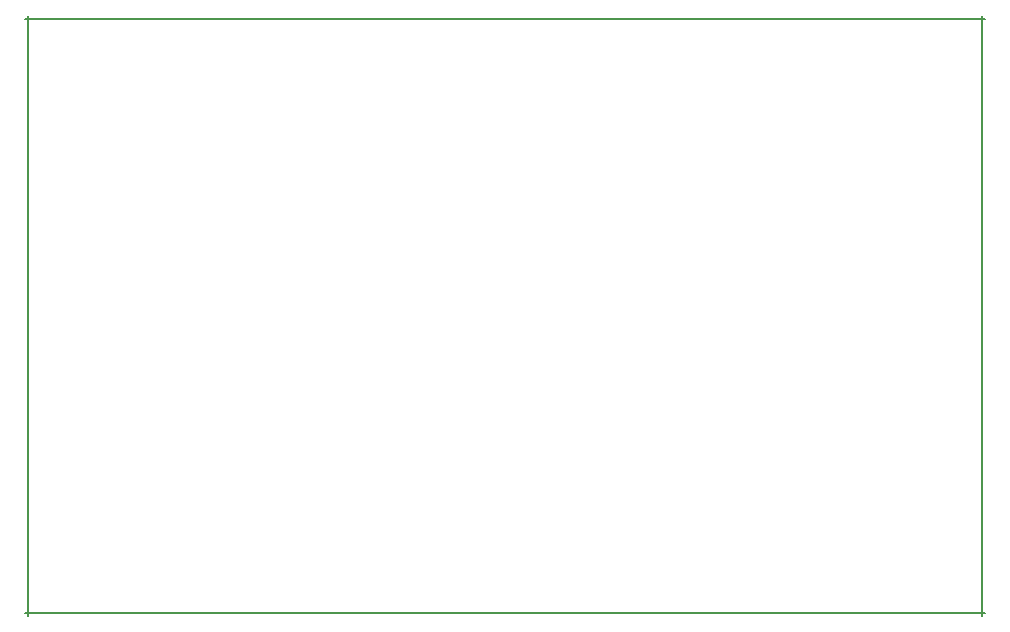
<source format=gbr>
%FSLAX34Y34*%
G04 Gerber Fmt 3.4, Leading zero omitted, Abs format*
G04 (created by PCBNEW (2014-jan-25)-product) date Wed 19 Mar 2014 12:35:52 CET*
%MOIN*%
G01*
G70*
G90*
G04 APERTURE LIST*
%ADD10C,0.005906*%
G04 APERTURE END LIST*
G54D10*
X37000Y-37100D02*
X69000Y-37100D01*
X69000Y-56900D02*
X37000Y-56900D01*
X68900Y-37000D02*
X68900Y-57000D01*
X37100Y-57000D02*
X37100Y-37000D01*
M02*

</source>
